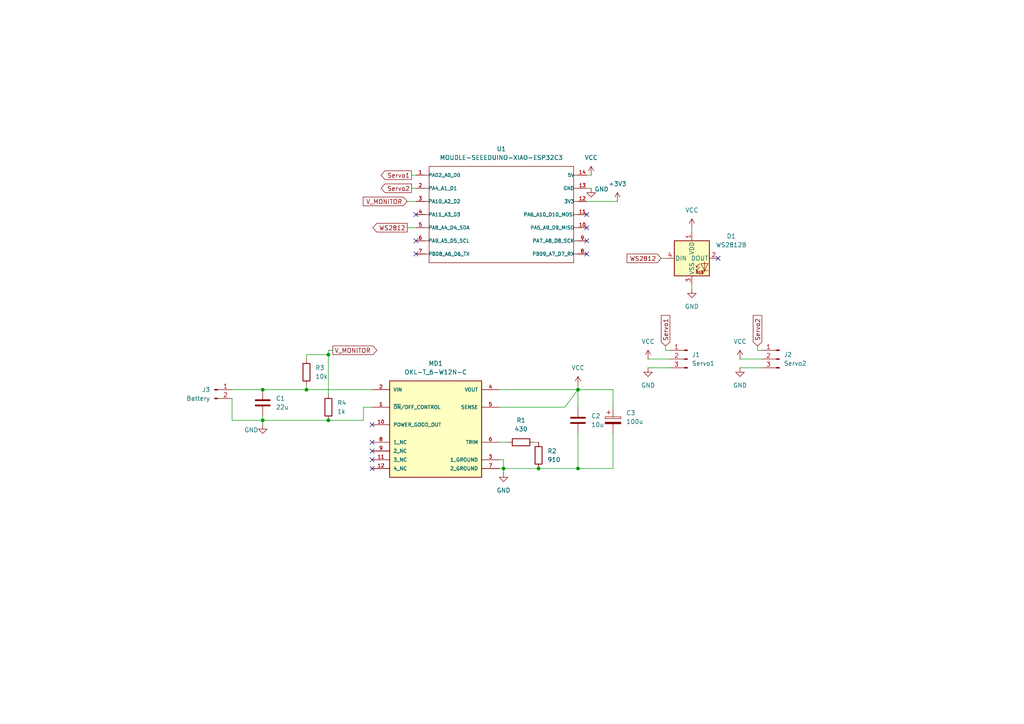
<source format=kicad_sch>
(kicad_sch (version 20250114) (generator "eeschema") (generator_version "9.0")
  (paper "A4")
  (lib_symbols
    (symbol "Connector:Conn_01x02_Pin" (pin_names (offset 1.016) (hide yes))
      (property "Reference" "J" (at 0 2.54 0))
      (property "Value" "Conn_01x02_Pin" (at 0 -5.08 0))
      (symbol "Conn_01x02_Pin_1_1"
        (rectangle (start 0.8636 0.127) (end 0 -0.127) (stroke (width 0.1524)) (fill (type outline)))
        (rectangle (start 0.8636 -2.413) (end 0 -2.667) (stroke (width 0.1524)) (fill (type outline)))
        (polyline (pts (xy 1.27 0) (xy 0.8636 0)) (stroke (width 0.1524)))
        (polyline (pts (xy 1.27 -2.54) (xy 0.8636 -2.54)) (stroke (width 0.1524)))
        (pin passive line (at 5.08 0 180) (length 3.81) (name "Pin_1") (number "1"))
        (pin passive line (at 5.08 -2.54 180) (length 3.81) (name "Pin_2") (number "2"))
      )
    )
    (symbol "Connector:Conn_01x03_Pin" (pin_names (offset 1.016) (hide yes))
      (property "Reference" "J" (at 0 5.08 0))
      (property "Value" "Conn_01x03_Pin" (at 0 -5.08 0))
      (symbol "Conn_01x03_Pin_1_1"
        (rectangle (start 0.8636 2.667) (end 0 2.413) (stroke (width 0.1524)) (fill (type outline)))
        (rectangle (start 0.8636 0.127) (end 0 -0.127) (stroke (width 0.1524)) (fill (type outline)))
        (rectangle (start 0.8636 -2.413) (end 0 -2.667) (stroke (width 0.1524)) (fill (type outline)))
        (polyline (pts (xy 1.27 2.54) (xy 0.8636 2.54)) (stroke (width 0.1524)))
        (polyline (pts (xy 1.27 0) (xy 0.8636 0)) (stroke (width 0.1524)))
        (polyline (pts (xy 1.27 -2.54) (xy 0.8636 -2.54)) (stroke (width 0.1524)))
        (pin passive line (at 5.08 2.54 180) (length 3.81) (name "Pin_1") (number "1"))
        (pin passive line (at 5.08 0 180) (length 3.81) (name "Pin_2") (number "2"))
        (pin passive line (at 5.08 -2.54 180) (length 3.81) (name "Pin_3") (number "3"))
      )
    )
    (symbol "Device:C" (pin_numbers (hide yes)) (pin_names (offset 0.254))
      (property "Reference" "C" (at 0.635 2.54 0))
      (property "Value" "C" (at 0.635 -2.54 0))
      (symbol "C_0_1"
        (polyline (pts (xy -2.032 0.762) (xy 2.032 0.762)) (stroke (width 0.508)))
        (polyline (pts (xy -2.032 -0.762) (xy 2.032 -0.762)) (stroke (width 0.508)))
      )
      (symbol "C_1_1"
        (pin passive line (at 0 3.81 270) (length 2.794) (name "~") (number "1"))
        (pin passive line (at 0 -3.81 90) (length 2.794) (name "~") (number "2"))
      )
    )
    (symbol "Device:C_Polarized" (pin_numbers (hide yes)) (pin_names (offset 0.254))
      (property "Reference" "C" (at 0.635 2.54 0))
      (property "Value" "C_Polarized" (at 0.635 -2.54 0))
      (symbol "C_Polarized_0_1"
        (rectangle (start -2.286 0.508) (end 2.286 1.016))
        (polyline (pts (xy -1.778 2.286) (xy -0.762 2.286)))
        (polyline (pts (xy -1.27 2.794) (xy -1.27 1.778)))
        (rectangle (start 2.286 -0.508) (end -2.286 -1.016) (fill (type outline)))
      )
      (symbol "C_Polarized_1_1"
        (pin passive line (at 0 3.81 270) (length 2.794) (name "~") (number "1"))
        (pin passive line (at 0 -3.81 90) (length 2.794) (name "~") (number "2"))
      )
    )
    (symbol "Device:R" (pin_numbers (hide yes)) (pin_names (offset 0))
      (property "Reference" "R" (at 2.032 0 90))
      (property "Value" "R" (at 0 0 90))
      (symbol "R_0_1"
        (rectangle (start -1.016 -2.54) (end 1.016 2.54) (stroke (width 0.254)))
      )
      (symbol "R_1_1"
        (pin passive line (at 0 3.81 270) (length 1.27) (name "~") (number "1"))
        (pin passive line (at 0 -3.81 90) (length 1.27) (name "~") (number "2"))
      )
    )
    (symbol "LED:WS2812B" (pin_names (offset 0.254))
      (property "Reference" "D" (at 5.08 5.715 0))
      (property "Value" "WS2812B" (at 1.27 -5.715 0))
      (symbol "WS2812B_0_0"
        (text "RGB" (at 2.286 -4.191 0) (effects (font (size 0.762 0.762))))
      )
      (symbol "WS2812B_0_1"
        (polyline (pts (xy 1.27 -2.54) (xy 1.778 -2.54)))
        (polyline (pts (xy 1.27 -3.556) (xy 1.778 -3.556)))
        (polyline (pts (xy 2.286 -1.524) (xy 1.27 -2.54) (xy 1.27 -2.032)))
        (polyline (pts (xy 2.286 -2.54) (xy 1.27 -3.556) (xy 1.27 -3.048)))
        (polyline (pts (xy 3.683 -1.016) (xy 3.683 -3.556) (xy 3.683 -4.064)))
        (polyline (pts (xy 4.699 -1.524) (xy 2.667 -1.524) (xy 3.683 -3.556) (xy 4.699 -1.524)))
        (polyline (pts (xy 4.699 -3.556) (xy 2.667 -3.556)))
        (rectangle (start 5.08 5.08) (end -5.08 -5.08) (stroke (width 0.254)) (fill (type background)))
      )
      (symbol "WS2812B_1_1"
        (pin input line (at -7.62 0 0) (length 2.54) (name "DIN") (number "4"))
        (pin power_in line (at 0 7.62 270) (length 2.54) (name "VDD") (number "1"))
        (pin power_in line (at 0 -7.62 90) (length 2.54) (name "VSS") (number "3"))
        (pin output line (at 7.62 0 180) (length 2.54) (name "DOUT") (number "2"))
      )
    )
    (symbol "MOUDLE-SEEEDUINO-XIAO-ESP32C3:MOUDLE-SEEEDUINO-XIAO-ESP32C3" (pin_names (offset 1.016))
      (property "Reference" "U" (at -21.59 15.24 0))
      (property "Value" "MOUDLE-SEEEDUINO-XIAO-ESP32C3" (at -21.59 13.97 0))
      (symbol "MOUDLE-SEEEDUINO-XIAO-ESP32C3_0_0"
        (polyline (pts (xy -21.59 13.97) (xy 20.32 13.97)) (stroke (width 0.1524)))
        (polyline (pts (xy -21.59 11.43) (xy -22.86 11.43)) (stroke (width 0.1524)))
        (polyline (pts (xy -21.59 11.43) (xy -21.59 13.97)) (stroke (width 0.1524)))
        (polyline (pts (xy -21.59 7.62) (xy -22.86 7.62)) (stroke (width 0.1524)))
        (polyline (pts (xy -21.59 7.62) (xy -21.59 11.43)) (stroke (width 0.1524)))
        (polyline (pts (xy -21.59 3.81) (xy -22.86 3.81)) (stroke (width 0.1524)))
        (polyline (pts (xy -21.59 3.81) (xy -21.59 7.62)) (stroke (width 0.1524)))
        (polyline (pts (xy -21.59 0) (xy -22.86 0)) (stroke (width 0.1524)))
        (polyline (pts (xy -21.59 0) (xy -21.59 3.81)) (stroke (width 0.1524)))
        (polyline (pts (xy -21.59 -3.81) (xy -22.86 -3.81)) (stroke (width 0.1524)))
        (polyline (pts (xy -21.59 -7.62) (xy -22.86 -7.62)) (stroke (width 0.1524)))
        (polyline (pts (xy -21.59 -11.43) (xy -22.86 -11.43)) (stroke (width 0.1524)))
        (polyline (pts (xy -21.59 -13.97) (xy -21.59 0)) (stroke (width 0.1524)))
        (polyline (pts (xy 20.32 13.97) (xy 20.32 11.43)) (stroke (width 0.1524)))
        (polyline (pts (xy 20.32 11.43) (xy 20.32 7.62)) (stroke (width 0.1524)))
        (polyline (pts (xy 20.32 7.62) (xy 20.32 3.81)) (stroke (width 0.1524)))
        (polyline (pts (xy 20.32 3.81) (xy 20.32 -13.97)) (stroke (width 0.1524)))
        (polyline (pts (xy 20.32 -13.97) (xy -21.59 -13.97)) (stroke (width 0.1524)))
        (polyline (pts (xy 21.59 11.43) (xy 20.32 11.43)) (stroke (width 0.1524)))
        (polyline (pts (xy 21.59 7.62) (xy 20.32 7.62)) (stroke (width 0.1524)))
        (polyline (pts (xy 21.59 3.81) (xy 20.32 3.81)) (stroke (width 0.1524)))
        (polyline (pts (xy 21.59 0) (xy 20.32 0)) (stroke (width 0.1524)))
        (polyline (pts (xy 21.59 -3.81) (xy 20.32 -3.81)) (stroke (width 0.1524)))
        (polyline (pts (xy 21.59 -7.62) (xy 20.32 -7.62)) (stroke (width 0.1524)))
        (polyline (pts (xy 21.59 -11.43) (xy 20.32 -11.43)) (stroke (width 0.1524)))
        (pin bidirectional line (at -25.4 11.43 0) (length 2.54) (name "PA02_A0_D0") (number "1"))
        (pin bidirectional line (at -25.4 7.62 0) (length 2.54) (name "PA4_A1_D1") (number "2"))
        (pin bidirectional line (at -25.4 3.81 0) (length 2.54) (name "PA10_A2_D2") (number "3"))
        (pin bidirectional line (at -25.4 0 0) (length 2.54) (name "PA11_A3_D3") (number "4"))
        (pin bidirectional line (at -25.4 -3.81 0) (length 2.54) (name "PA8_A4_D4_SDA") (number "5"))
        (pin bidirectional line (at -25.4 -7.62 0) (length 2.54) (name "PA9_A5_D5_SCL") (number "6"))
        (pin bidirectional line (at -25.4 -11.43 0) (length 2.54) (name "PB08_A6_D6_TX") (number "7"))
        (pin bidirectional line (at 24.13 11.43 180) (length 2.54) (name "5V") (number "14"))
        (pin bidirectional line (at 24.13 7.62 180) (length 2.54) (name "GND") (number "13"))
        (pin bidirectional line (at 24.13 3.81 180) (length 2.54) (name "3V3") (number "12"))
        (pin bidirectional line (at 24.13 0 180) (length 2.54) (name "PA6_A10_D10_MOSI") (number "11"))
        (pin bidirectional line (at 24.13 -3.81 180) (length 2.54) (name "PA5_A9_D9_MISO") (number "10"))
        (pin bidirectional line (at 24.13 -7.62 180) (length 2.54) (name "PA7_A8_D8_SCK") (number "9"))
        (pin bidirectional line (at 24.13 -11.43 180) (length 2.54) (name "PB09_A7_D7_RX") (number "8"))
      )
    )
    (symbol "OKL-T_6-W12N-C:OKL-T_6-W12N-C" (pin_names (offset 1.016))
      (property "Reference" "MD" (at 2.54 -2.54 0))
      (property "Value" "OKL-T_6-W12N-C" (at 0 0 0))
      (symbol "OKL-T_6-W12N-C_0_0"
        (rectangle (start 2.54 -5.08) (end 29.21 -33.02) (stroke (width 0.254)) (fill (type background)))
        (pin bidirectional line (at -2.54 -7.62 0) (length 5.08) (name "VIN") (number "2"))
        (pin bidirectional line (at -2.54 -12.7 0) (length 5.08) (name "~{ON}/OFF_CONTROL") (number "1"))
        (pin open_collector line (at -2.54 -17.78 0) (length 5.08) (name "POWER_GOOD_OUT") (number "10"))
        (pin passive line (at -2.54 -22.86 0) (length 5.08) (name "1_NC") (number "8"))
        (pin passive line (at -2.54 -25.4 0) (length 5.08) (name "2_NC") (number "9"))
        (pin passive line (at -2.54 -27.94 0) (length 5.08) (name "3_NC") (number "11"))
        (pin passive line (at -2.54 -30.48 0) (length 5.08) (name "4_NC") (number "12"))
        (pin bidirectional line (at 34.29 -7.62 180) (length 5.08) (name "VOUT") (number "4"))
        (pin passive line (at 34.29 -12.7 180) (length 5.08) (name "SENSE") (number "5"))
        (pin passive line (at 34.29 -22.86 180) (length 5.08) (name "TRIM") (number "6"))
        (pin power_in line (at 34.29 -27.94 180) (length 5.08) (name "1_GROUND") (number "3"))
        (pin power_in line (at 34.29 -30.48 180) (length 5.08) (name "2_GROUND") (number "7"))
      )
    )
    (symbol "power:+3V3" (power) (pin_numbers (hide yes)) (pin_names (offset 0) (hide yes))
      (property "Value" "+3V3" (at 0 3.556 0))
      (symbol "+3V3_0_1"
        (polyline (pts (xy -0.762 1.27) (xy 0 2.54)))
        (polyline (pts (xy 0 2.54) (xy 0.762 1.27)))
        (polyline (pts (xy 0 0) (xy 0 2.54)))
      )
      (symbol "+3V3_1_1"
        (pin power_in line (at 0 0 90) (length 0) (name "~") (number "1"))
      )
    )
    (symbol "power:GND" (power) (pin_numbers (hide yes)) (pin_names (offset 0) (hide yes))
      (property "Value" "GND" (at 0 -3.81 0))
      (symbol "GND_0_1"
        (polyline (pts (xy 0 0) (xy 0 -1.27) (xy 1.27 -1.27) (xy 0 -2.54) (xy -1.27 -1.27) (xy 0 -1.27)))
      )
      (symbol "GND_1_1"
        (pin power_in line (at 0 0 270) (length 0) (name "~") (number "1"))
      )
    )
    (symbol "power:VCC" (power) (pin_numbers (hide yes)) (pin_names (offset 0) (hide yes))
      (property "Value" "VCC" (at 0 3.556 0))
      (symbol "VCC_0_1"
        (polyline (pts (xy -0.762 1.27) (xy 0 2.54)))
        (polyline (pts (xy 0 2.54) (xy 0.762 1.27)))
        (polyline (pts (xy 0 0) (xy 0 2.54)))
      )
      (symbol "VCC_1_1"
        (pin power_in line (at 0 0 90) (length 0) (name "~") (number "1"))
      )
    )
  )
  (junction (at 95.25 102.87))
  (junction (at 88.9 113.03))
  (junction (at 167.64 135.89))
  (junction (at 76.2 113.03))
  (junction (at 167.64 113.03))
  (junction (at 156.21 135.89))
  (junction (at 146.05 135.89))
  (junction (at 76.2 121.92))
  (junction (at 95.25 121.92))
  (no_connect (at 107.95 135.89))
  (no_connect (at 107.95 130.81))
  (no_connect (at 170.18 69.85))
  (no_connect (at 107.95 123.19))
  (no_connect (at 107.95 133.35))
  (no_connect (at 107.95 128.27))
  (no_connect (at 170.18 73.66))
  (no_connect (at 170.18 66.04))
  (no_connect (at 208.28 74.93))
  (no_connect (at 120.65 62.23))
  (no_connect (at 120.65 69.85))
  (no_connect (at 120.65 73.66))
  (no_connect (at 170.18 62.23))
  (wire (pts (xy 146.05 133.35) (xy 144.78 133.35)))
  (wire (pts (xy 88.9 102.87) (xy 95.25 102.87)))
  (wire (pts (xy 67.31 121.92) (xy 67.31 115.57)))
  (wire (pts (xy 170.18 54.61) (xy 171.45 54.61)))
  (wire (pts (xy 118.11 66.04) (xy 120.65 66.04)))
  (wire (pts (xy 170.18 58.42) (xy 179.07 58.42)))
  (wire (pts (xy 105.41 121.92) (xy 105.41 118.11)))
  (wire (pts (xy 144.78 113.03) (xy 167.64 113.03)))
  (wire (pts (xy 193.04 100.33) (xy 193.04 101.6)))
  (wire (pts (xy 163.83 118.11) (xy 167.64 113.03)))
  (wire (pts (xy 67.31 121.92) (xy 76.2 121.92)))
  (wire (pts (xy 219.71 101.6) (xy 220.98 101.6)))
  (wire (pts (xy 144.78 128.27) (xy 147.32 128.27)))
  (wire (pts (xy 118.11 58.42) (xy 120.65 58.42)))
  (wire (pts (xy 167.64 111.76) (xy 167.64 113.03)))
  (wire (pts (xy 96.52 101.6) (xy 95.25 101.6)))
  (wire (pts (xy 76.2 113.03) (xy 88.9 113.03)))
  (wire (pts (xy 200.66 66.04) (xy 200.66 67.31)))
  (wire (pts (xy 187.96 104.14) (xy 194.31 104.14)))
  (wire (pts (xy 156.21 135.89) (xy 167.64 135.89)))
  (wire (pts (xy 67.31 113.03) (xy 76.2 113.03)))
  (wire (pts (xy 144.78 135.89) (xy 146.05 135.89)))
  (wire (pts (xy 193.04 101.6) (xy 194.31 101.6)))
  (wire (pts (xy 88.9 113.03) (xy 107.95 113.03)))
  (wire (pts (xy 214.63 104.14) (xy 220.98 104.14)))
  (wire (pts (xy 119.38 54.61) (xy 120.65 54.61)))
  (wire (pts (xy 177.8 113.03) (xy 177.8 118.11)))
  (wire (pts (xy 167.64 113.03) (xy 177.8 113.03)))
  (wire (pts (xy 105.41 118.11) (xy 107.95 118.11)))
  (wire (pts (xy 219.71 100.33) (xy 219.71 101.6)))
  (wire (pts (xy 146.05 135.89) (xy 156.21 135.89)))
  (wire (pts (xy 76.2 123.19) (xy 76.2 121.92)))
  (wire (pts (xy 146.05 137.16) (xy 146.05 135.89)))
  (wire (pts (xy 200.66 82.55) (xy 200.66 83.82)))
  (wire (pts (xy 88.9 104.14) (xy 88.9 102.87)))
  (wire (pts (xy 187.96 106.68) (xy 194.31 106.68)))
  (wire (pts (xy 119.38 50.8) (xy 120.65 50.8)))
  (wire (pts (xy 146.05 135.89) (xy 146.05 133.35)))
  (wire (pts (xy 144.78 118.11) (xy 163.83 118.11)))
  (wire (pts (xy 214.63 106.68) (xy 220.98 106.68)))
  (wire (pts (xy 167.64 135.89) (xy 167.64 125.73)))
  (wire (pts (xy 88.9 111.76) (xy 88.9 113.03)))
  (wire (pts (xy 177.8 135.89) (xy 167.64 135.89)))
  (wire (pts (xy 95.25 102.87) (xy 95.25 114.3)))
  (wire (pts (xy 191.77 74.93) (xy 193.04 74.93)))
  (wire (pts (xy 95.25 101.6) (xy 95.25 102.87)))
  (wire (pts (xy 95.25 121.92) (xy 105.41 121.92)))
  (wire (pts (xy 167.64 113.03) (xy 167.64 118.11)))
  (wire (pts (xy 170.18 50.8) (xy 171.45 50.8)))
  (wire (pts (xy 177.8 125.73) (xy 177.8 135.89)))
  (wire (pts (xy 76.2 121.92) (xy 76.2 120.65)))
  (wire (pts (xy 76.2 121.92) (xy 95.25 121.92)))
  (wire (pts (xy 154.94 128.27) (xy 156.21 128.27)))
  (global_label "Servo1" (shape input) (at 193.04 100.33 90) (property "Intersheetrefs" "${INTERSHEET_REFS}" (effects (hide yes))))
  (global_label "V_MONITOR" (shape input) (at 118.11 58.42 180) (property "Intersheetrefs" "${INTERSHEET_REFS}" (effects (hide yes))))
  (global_label "Servo2" (shape input) (at 219.71 100.33 90) (property "Intersheetrefs" "${INTERSHEET_REFS}" (effects (hide yes))))
  (global_label "Servo2" (shape output) (at 119.38 54.61 180) (property "Intersheetrefs" "${INTERSHEET_REFS}" (effects (hide yes))))
  (global_label "Servo1" (shape output) (at 119.38 50.8 180) (property "Intersheetrefs" "${INTERSHEET_REFS}" (effects (hide yes))))
  (global_label "WS2812" (shape output) (at 118.11 66.04 180) (property "Intersheetrefs" "${INTERSHEET_REFS}" (effects (hide yes))))
  (global_label "WS2812" (shape input) (at 191.77 74.93 180) (property "Intersheetrefs" "${INTERSHEET_REFS}" (effects (hide yes))))
  (global_label "V_MONITOR" (shape output) (at 96.52 101.6 0) (property "Intersheetrefs" "${INTERSHEET_REFS}" (effects (hide yes))))
  (symbol (lib_id "Device:R") (at 156.21 132.08 180) (unit 1)
    (property "Reference" "R2" (at 158.75 130.8099 0) (effects (justify right)))
    (property "Value" "910" (at 158.75 133.3499 0) (effects (justify right)))
    (property "Footprint" "Resistor_SMD:R_0603_1608Metric" (effects (hide yes)))
    (property "Description" "Resistor" (effects (hide yes)))
  )
  (symbol (lib_id "power:GND") (at 214.63 106.68 0) (unit 1)
    (property "Reference" "#PWR010" (effects (hide yes)))
    (property "Value" "GND" (at 214.63 111.76 0))
    (property "Description" "Power symbol creates a global label with name \"GND\" , ground" (effects (hide yes)))
  )
  (symbol (lib_id "power:VCC") (at 171.45 50.8 0) (unit 1)
    (property "Reference" "#PWR01" (effects (hide yes)))
    (property "Value" "VCC" (at 171.45 45.72 0))
    (property "Description" "Power symbol creates a global label with name \"VCC\"" (effects (hide yes)))
  )
  (symbol (lib_id "power:GND") (at 171.45 54.61 0) (unit 1)
    (property "Reference" "#PWR02" (effects (hide yes)))
    (property "Value" "GND" (at 174.498 54.864 0))
    (property "Description" "Power symbol creates a global label with name \"GND\" , ground" (effects (hide yes)))
  )
  (symbol (lib_id "Connector:Conn_01x03_Pin") (at 199.39 104.14 0) (mirror y) (unit 1)
    (property "Reference" "J1" (at 200.66 102.8699 0) (effects (justify right)))
    (property "Value" "Servo1" (at 200.66 105.4099 0) (effects (justify right)))
    (property "Footprint" "Connector_JST:JST_XH_B3B-XH-A_1x03_P2.50mm_Vertical" (effects (hide yes)))
    (property "Description" "Generic connector, single row, 01x03, script generated" (effects (hide yes)))
  )
  (symbol (lib_id "Device:C") (at 167.64 121.92 0) (unit 1)
    (property "Reference" "C2" (at 171.45 120.6499 0) (effects (justify left)))
    (property "Value" "10u" (at 171.45 123.1899 0) (effects (justify left)))
    (property "Footprint" "Capacitor_SMD:C_0805_2012Metric" (effects (hide yes)))
    (property "Description" "Unpolarized capacitor" (effects (hide yes)))
  )
  (symbol (lib_id "Device:R") (at 95.25 118.11 0) (unit 1)
    (property "Reference" "R4" (at 97.79 116.8399 0) (effects (justify left)))
    (property "Value" "1k" (at 97.79 119.3799 0) (effects (justify left)))
    (property "Footprint" "Resistor_SMD:R_0603_1608Metric" (effects (hide yes)))
    (property "Description" "Resistor" (effects (hide yes)))
  )
  (symbol (lib_id "Device:C_Polarized") (at 177.8 121.92 0) (unit 1)
    (property "Reference" "C3" (at 181.61 119.7609 0) (effects (justify left)))
    (property "Value" "100u" (at 181.61 122.3009 0) (effects (justify left)))
    (property "Footprint" "Capacitor_THT:CP_Radial_D6.3mm_P2.50mm" (effects (hide yes)))
    (property "Description" "Polarized capacitor" (effects (hide yes)))
  )
  (symbol (lib_id "OKL-T_6-W12N-C:OKL-T_6-W12N-C") (at 110.49 105.41 0) (unit 1)
    (property "Reference" "MD1" (at 126.365 105.41 0))
    (property "Value" "OKL-T_6-W12N-C" (at 126.365 107.95 0))
    (property "Footprint" "OKL-T-6:MURATA_OKL-T-6-W12N-C_0" (effects (hide yes)))
    (property "Datasheet" "https://www.murata.com/en-us/products/productdetail.aspx?partno=OKL-T/6-W12N-C" (effects (hide yes)))
    (property "MOUSER_DESCRIPTION" "Non-Isolated DC/DC Converters 12Vin .59-5.5Vout 6A 30W Neg Polarity" (effects (hide yes)))
    (property "NUMBER_OF_OUTPUTS" "1" (effects (hide yes)))
    (property "MOUSER_PART_NUMBER" "580-OKL-T/6-W12N-C" (effects (hide yes)))
    (property "MFG_PACKAGE_IDENT_COMPONENT_ID" "4873da16363307f0" (effects (hide yes)))
    (property "AUTOMOTIVE" "No" (effects (hide yes)))
    (property "SWITCHING_TOPOLOGY" "Buck" (effects (hide yes)))
    (property "MFG_PACKAGE_IDENT_DATE" "0" (effects (hide yes)))
    (property "PREFIX" "MD" (effects (hide yes)))
    (property "MAX_SUPPLY_VOLTAGE" "14V" (effects (hide yes)))
    (property "TEMPERATURE_RANGE_LOW" "-40°C" (effects (hide yes)))
    (property "OUTPUT_CURRENT" "6A" (effects (hide yes)))
    (property "OUTPUT_VOLTAGE" "0.591-5.5V" (effects (hide yes)))
    (property "DIGIKEY_DESCRIPTION" "DC DC CONVERTER 0.591-5.5V 30W" (effects (hide yes)))
    (property "CENTROID_NOT_SPECIFIED" "No" (effects (hide yes)))
    (property "DEVICE_CLASS_L1" "Integrated Circuits (ICs)" (effects (hide yes)))
    (property "DEVICE_CLASS_L3" "Voltage Regulators - Switching" (effects (hide yes)))
    (property "DEVICE_CLASS_L2" "Power Management ICs" (effects (hide yes)))
    (property "OUTPUT_TYPE" "AdjustableProgrammable" (effects (hide yes)))
    (property "FOOTPRINT_VARIANT_NAME_0" "Recommended_Land_Pattern" (effects (hide yes)))
    (property "DIGIKEY_PART_NUMBER" "811-2214-1-ND" (effects (hide yes)))
    (property "PACKAGE" "iLGA12" (effects (hide yes)))
    (property "LEAD_FREE" "Yes" (effects (hide yes)))
    (property "HEIGHT" "7.2mm" (effects (hide yes)))
    (property "VERIFICATION_VERSION" "0.0.0.3" (effects (hide yes)))
    (property "MFG_PACKAGE_IDENT" "OKL-T/6-W12" (effects (hide yes)))
    (property "MF" "Murata" (effects (hide yes)))
    (property "SWITCHING_FREQUENCY" "600kHz" (effects (hide yes)))
    (property "MPN" "OKL-T/6-W12N-C" (effects (hide yes)))
    (property "TEMPERATURE_RANGE_HIGH" "+85°C" (effects (hide yes)))
    (property "NOMINAL_SUPPLY_CURRENT" "20mA" (effects (hide yes)))
    (property "MIN_SUPPLY_VOLTAGE" "4.5V" (effects (hide yes)))
    (property "MFG_PACKAGE_IDENT_REV" "0" (effects (hide yes)))
    (property "ROHS" "Yes" (effects (hide yes)))
  )
  (symbol (lib_id "LED:WS2812B") (at 200.66 74.93 0) (unit 1)
    (property "Reference" "D1" (at 212.09 68.5098 0))
    (property "Value" "WS2812B" (at 212.09 71.0498 0))
    (property "Footprint" "LED_SMD:LED_WS2812B_PLCC4_5.0x5.0mm_P3.2mm" (effects (hide yes)))
    (property "Datasheet" "https://cdn-shop.adafruit.com/datasheets/WS2812B.pdf" (effects (hide yes)))
    (property "Description" "RGB LED with integrated controller" (effects (hide yes)))
  )
  (symbol (lib_id "power:GND") (at 187.96 106.68 0) (unit 1)
    (property "Reference" "#PWR08" (effects (hide yes)))
    (property "Value" "GND" (at 187.96 111.76 0))
    (property "Description" "Power symbol creates a global label with name \"GND\" , ground" (effects (hide yes)))
  )
  (symbol (lib_id "Device:C") (at 76.2 116.84 0) (unit 1)
    (property "Reference" "C1" (at 80.01 115.5699 0) (effects (justify left)))
    (property "Value" "22u" (at 80.01 118.1099 0) (effects (justify left)))
    (property "Footprint" "Capacitor_SMD:C_0805_2012Metric" (effects (hide yes)))
    (property "Description" "Unpolarized capacitor" (effects (hide yes)))
  )
  (symbol (lib_id "power:VCC") (at 167.64 111.76 0) (unit 1)
    (property "Reference" "#PWR06" (effects (hide yes)))
    (property "Value" "VCC" (at 167.64 106.68 0))
    (property "Description" "Power symbol creates a global label with name \"VCC\"" (effects (hide yes)))
  )
  (symbol (lib_id "power:GND") (at 200.66 83.82 0) (unit 1)
    (property "Reference" "#PWR012" (effects (hide yes)))
    (property "Value" "GND" (at 200.66 88.9 0))
    (property "Description" "Power symbol creates a global label with name \"GND\" , ground" (effects (hide yes)))
  )
  (symbol (lib_id "power:+3V3") (at 179.07 58.42 0) (unit 1)
    (property "Reference" "#PWR03" (effects (hide yes)))
    (property "Value" "+3V3" (at 179.07 53.34 0))
    (property "Description" "Power symbol creates a global label with name \"+3V3\"" (effects (hide yes)))
  )
  (symbol (lib_id "Device:R") (at 88.9 107.95 0) (unit 1)
    (property "Reference" "R3" (at 91.44 106.6799 0) (effects (justify left)))
    (property "Value" "10k" (at 91.44 109.2199 0) (effects (justify left)))
    (property "Footprint" "Resistor_SMD:R_0603_1608Metric" (effects (hide yes)))
    (property "Description" "Resistor" (effects (hide yes)))
  )
  (symbol (lib_id "Connector:Conn_01x03_Pin") (at 226.06 104.14 0) (mirror y) (unit 1)
    (property "Reference" "J2" (at 227.33 102.8699 0) (effects (justify right)))
    (property "Value" "Servo2" (at 227.33 105.4099 0) (effects (justify right)))
    (property "Footprint" "Connector_JST:JST_XH_B3B-XH-A_1x03_P2.50mm_Vertical" (effects (hide yes)))
    (property "Description" "Generic connector, single row, 01x03, script generated" (effects (hide yes)))
  )
  (symbol (lib_id "power:VCC") (at 187.96 104.14 0) (unit 1)
    (property "Reference" "#PWR07" (effects (hide yes)))
    (property "Value" "VCC" (at 187.96 99.06 0))
    (property "Description" "Power symbol creates a global label with name \"VCC\"" (effects (hide yes)))
  )
  (symbol (lib_id "power:GND") (at 76.2 123.19 0) (unit 1)
    (property "Reference" "#PWR05" (effects (hide yes)))
    (property "Value" "GND" (at 72.898 124.714 0))
    (property "Description" "Power symbol creates a global label with name \"GND\" , ground" (effects (hide yes)))
  )
  (symbol (lib_id "power:VCC") (at 214.63 104.14 0) (unit 1)
    (property "Reference" "#PWR09" (effects (hide yes)))
    (property "Value" "VCC" (at 214.63 99.06 0))
    (property "Description" "Power symbol creates a global label with name \"VCC\"" (effects (hide yes)))
  )
  (symbol (lib_id "Connector:Conn_01x02_Pin") (at 62.23 113.03 0) (unit 1)
    (property "Reference" "J3" (at 60.96 113.0299 0) (effects (justify right)))
    (property "Value" "Battery" (at 60.96 115.5699 0) (effects (justify right)))
    (property "Footprint" "Connector_JST:JST_XH_B2B-XH-A_1x02_P2.50mm_Vertical" (effects (hide yes)))
    (property "Description" "Generic connector, single row, 01x02, script generated" (effects (hide yes)))
  )
  (symbol (lib_id "power:GND") (at 146.05 137.16 0) (unit 1)
    (property "Reference" "#PWR04" (effects (hide yes)))
    (property "Value" "GND" (at 146.05 142.24 0))
    (property "Description" "Power symbol creates a global label with name \"GND\" , ground" (effects (hide yes)))
  )
  (symbol (lib_id "Device:R") (at 151.13 128.27 90) (unit 1)
    (property "Reference" "R1" (at 151.13 121.92 90))
    (property "Value" "430" (at 151.13 124.46 90))
    (property "Footprint" "Resistor_SMD:R_0603_1608Metric" (effects (hide yes)))
    (property "Description" "Resistor" (effects (hide yes)))
  )
  (symbol (lib_id "MOUDLE-SEEEDUINO-XIAO-ESP32C3:MOUDLE-SEEEDUINO-XIAO-ESP32C3") (at 146.05 62.23 0) (unit 1)
    (property "Reference" "U1" (at 145.415 43.18 0))
    (property "Value" "MOUDLE-SEEEDUINO-XIAO-ESP32C3" (at 145.415 45.72 0))
    (property "Footprint" "xiao ESP32C3_PCB:MOUDLE14P-SMD-2.54-21X17.8MM" (effects (hide yes)))
  )
  (symbol (lib_id "power:VCC") (at 200.66 66.04 0) (unit 1)
    (property "Reference" "#PWR011" (effects (hide yes)))
    (property "Value" "VCC" (at 200.66 60.96 0))
    (property "Description" "Power symbol creates a global label with name \"VCC\"" (effects (hide yes)))
  )
)
</source>
